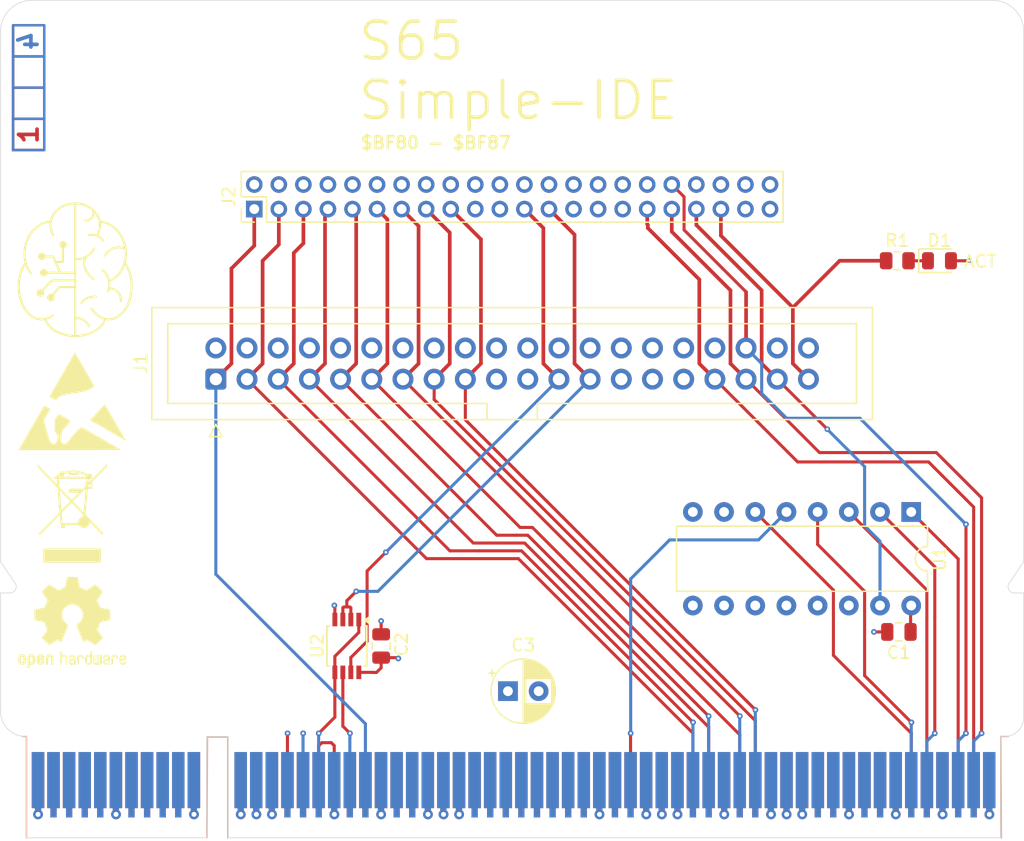
<source format=kicad_pcb>
(kicad_pcb (version 20240108) (generator "pcbnew") (generator_version "8.0")
  (layers (0 "F.Cu" signal) (1 "In1.Cu" power) (2 "In2.Cu" power) (31 "B.Cu" signal) (34 "B.Paste" user) (35 "F.Paste" user) (36 "B.SilkS" user "B.Silkscreen") (37 "F.SilkS" user "F.Silkscreen") (38 "B.Mask" user) (39 "F.Mask" user) (44 "Edge.Cuts" user))
  (net 0 "")
  (net 1 "+5V")
  (net 2 "GND")
  (net 3 "/~{RD}")
  (net 4 "/~{WR}")
  (net 5 "/ACT")
  (net 6 "/~{RES}")
  (net 7 "/D1")
  (net 8 "/R{slash}~{W}")
  (net 9 "/D7")
  (net 10 "/D6")
  (net 11 "/A2")
  (net 12 "/D5")
  (net 13 "/A3")
  (net 14 "/D4")
  (net 15 "+9V")
  (net 16 "/A6")
  (net 17 "/A0")
  (net 18 "/D0")
  (net 19 "/A1")
  (net 20 "/D2")
  (net 21 "/A5")
  (net 22 "/~{IO}")
  (net 23 "/A7")
  (net 24 "/A4")
  (net 25 "/CLK")
  (net 26 "/D3")
  (net 27 "/PORT_128")
  (footprint "Symbol:ESD-Logo_8.9x8mm_SilkScreen" (layer "F.Cu") (at 117.983 91.44)
    (property "Reference" "REF**" (hide yes))
    (property "Value" "ESD-Logo_8.9x8mm_SilkScreen" (hide yes))
  )
  (footprint "Connector_IDC:IDC-Header_2x20_P2.54mm_Vertical" (layer "F.Cu") (at 129.667 89.6525 90)
    (property "Reference" "J1")
    (property "Value" "Conn_02x20_Odd_Even")
  )
  (footprint "Package_SO:TSSOP-8_3x3mm_P0.65mm" (layer "F.Cu") (at 140.335 111.379 -90)
    (property "Reference" "U2")
    (property "Value" "74AHC2G00")
  )
  (footprint "Symbol:OSHW-Logo2_9.8x8mm_SilkScreen" (layer "F.Cu") (at 117.983 109.474)
    (property "Reference" "REF**" (hide yes))
    (property "Value" "OSHW-Logo2_9.8x8mm_SilkScreen" (hide yes))
  )
  (footprint "LED_SMD:LED_0805_2012Metric" (layer "F.Cu") (at 188.595 80.01)
    (property "Reference" "D1")
    (property "Value" "LED")
  )
  (footprint "Connector_PinHeader_2.00mm:PinHeader_2x22_P2.00mm_Vertical" (layer "F.Cu") (at 132.797 75.803 90)
    (property "Reference" "J2")
    (property "Value" "Conn_02x22_Odd_Even")
  )
  (footprint "Capacitor_SMD:C_0805_2012Metric" (layer "F.Cu") (at 185.293 110.236 180)
    (property "Reference" "C1")
    (property "Value" "100n")
  )
  (footprint "Eigene:ladder_4" (layer "F.Cu") (at 114.427 65.913 90)
    (property "Reference" "Ref**" (hide yes))
    (property "Value" "Val**" (hide yes))
  )
  (footprint "Eigene:logo" (layer "F.Cu") (at 118.237 80.772)
    (property "Reference" "G***" (hide yes))
    (property "Value" "LOGO" (hide yes))
  )
  (footprint "Capacitor_SMD:C_0805_2012Metric" (layer "F.Cu") (at 143.129 111.379 90)
    (property "Reference" "C2")
    (property "Value" "100n")
  )
  (footprint "Capacitor_THT:CP_Radial_D5.0mm_P2.50mm" (layer "F.Cu") (at 153.456 115.062)
    (property "Reference" "C3")
    (property "Value" "10µ")
  )
  (footprint "Symbol:WEEE-Logo_5.6x8mm_SilkScreen" (layer "F.Cu") (at 117.983 100.584)
    (property "Reference" "REF**" (hide yes))
    (property "Value" "WEEE-Logo_5.6x8mm_SilkScreen" (hide yes))
  )
  (footprint "Package_DIP:DIP-16_W7.62mm" (layer "F.Cu") (at 186.294 100.467 -90)
    (property "Reference" "U1")
    (property "Value" "74HC138")
  )
  (footprint "Resistor_SMD:R_0805_2012Metric" (layer "F.Cu") (at 185.166 80.01)
    (property "Reference" "R1")
    (property "Value" "330")
  )
  (footprint "Connector_PCBEdge:BUS_PCI" (layer "B.Cu") (at 153.919 123.631 180)
    (property "Reference" "J3" (hide yes))
    (property "Value" "Bus_PCI_6502")
  )
  (gr_line (start 112.141 104.521) (end 113.357369 106.325815) (stroke (width 0.05)) (layer "Edge.Cuts"))
  (gr_line (start 195.453 107.061) (end 194.691 107.061) (stroke (width 0.05)) (layer "Edge.Cuts"))
  (gr_line (start 112.141 104.521) (end 112.141 61.341) (stroke (width 0.05)) (layer "Edge.Cuts"))
  (gr_line (start 194.236631 106.325815) (end 195.453 104.521) (stroke (width 0.05)) (layer "Edge.Cuts"))
  (gr_line (start 195.453 104.521) (end 195.453 61.341) (stroke (width 0.05)) (layer "Edge.Cuts"))
  (gr_arc (start 113.357369 106.325815) (mid 113.335131 106.820071) (end 112.903 107.061) (stroke (width 0.05)) (layer "Edge.Cuts"))
  (gr_line (start 112.903 107.061) (end 112.141 107.061) (stroke (width 0.05)) (layer "Edge.Cuts"))
  (gr_line (start 130.683 118.745) (end 130.683 127) (stroke (width 0.05)) (layer "Edge.Cuts"))
  (gr_line (start 193.548 127) (end 193.548 118.745) (stroke (width 0.05)) (layer "Edge.Cuts"))
  (gr_line (start 130.683 127) (end 193.548 127) (stroke (width 0.05)) (layer "Edge.Cuts"))
  (gr_arc (start 195.453 117.221) (mid 195.006645 118.298645) (end 193.929 118.745) (stroke (width 0.05)) (layer "Edge.Cuts"))
  (gr_arc (start 192.913 58.801) (mid 194.709051 59.544949) (end 195.453 61.341) (stroke (width 0.05)) (layer "Edge.Cuts"))
  (gr_arc (start 194.691 107.061) (mid 194.258941 106.820064) (end 194.236631 106.325815) (stroke (width 0.05)) (layer "Edge.Cuts"))
  (gr_line (start 114.681 58.801) (end 192.913 58.801) (stroke (width 0.05)) (layer "Edge.Cuts"))
  (gr_line (start 114.3 118.745) (end 114.3 127) (stroke (width 0.05)) (layer "Edge.Cuts"))
  (gr_line (start 114.3 127) (end 128.905 127) (stroke (width 0.05)) (layer "Edge.Cuts"))
  (gr_arc (start 112.141 61.341) (mid 112.884949 59.544949) (end 114.681 58.801) (stroke (width 0.05)) (layer "Edge.Cuts"))
  (gr_arc (start 114.173 118.745) (mid 112.736158 118.149841) (end 112.141 116.713) (stroke (width 0.05)) (layer "Edge.Cuts"))
  (gr_line (start 128.905 127) (end 128.905 118.745) (stroke (width 0.05)) (layer "Edge.Cuts"))
  (gr_line (start 114.173 118.745) (end 114.3 118.745) (stroke (width 0.05)) (layer "Edge.Cuts"))
  (gr_line (start 195.453 107.061) (end 195.453 117.221) (stroke (width 0.05)) (layer "Edge.Cuts"))
  (gr_line (start 112.141 116.713) (end 112.141 107.061) (stroke (width 0.05)) (layer "Edge.Cuts"))
  (gr_line (start 130.683 118.745) (end 128.905 118.745) (stroke (width 0.05)) (layer "Edge.Cuts"))
  (gr_line (start 193.548 118.745) (end 193.929 118.745) (stroke (width 0.05)) (layer "Edge.Cuts"))
  (gr_text "S65\nSimple-IDE" (at 141.097 68.707 0) (layer "F.SilkS") (effects (font (size 3 3) (thickness 0.3)) (justify left bottom)))
  (gr_text "$BF80 - $BF87" (at 141.351 70.993 0) (layer "F.SilkS") (effects (font (size 1 1) (thickness 0.2) (bold yes)) (justify left bottom)))
  (gr_text "ACT" (at 190.5 80.645 0) (layer "F.SilkS") (effects (font (size 1 1)) (justify left bottom)))
  (segment (start 187.6575 80.01) (end 186.0785 80.01) (width 0.25) (layer "F.Cu") (net 0))
  (segment (start 189.5325 80.01) (end 191.008 80.01) (width 0.25) (layer "F.Cu") (net 1))
  (segment (start 143.129 113.157) (end 142.748 113.538) (width 0.25) (layer "F.Cu") (net 1))
  (segment (start 143.129 112.329) (end 144.46 112.329) (width 0.25) (layer "F.Cu") (net 1))
  (segment (start 144.46 112.329) (end 144.526 112.395) (width 0.25) (layer "F.Cu") (net 1))
  (segment (start 186.243 108.138) (end 186.294 108.087) (width 0.25) (layer "F.Cu") (net 1))
  (segment (start 142.494 113.538) (end 142.485 113.529) (width 0.25) (layer "F.Cu") (net 1))
  (segment (start 186.243 110.236) (end 186.243 108.138) (width 0.25) (layer "F.Cu") (net 1))
  (segment (start 142.485 113.529) (end 141.31 113.529) (width 0.25) (layer "F.Cu") (net 1))
  (segment (start 143.129 112.329) (end 143.129 113.157) (width 0.25) (layer "F.Cu") (net 1))
  (segment (start 142.748 113.538) (end 142.494 113.538) (width 0.25) (layer "F.Cu") (net 1))
  (via (at 176.149 125.095) (size 0.8) (drill 0.4) (layers "F.Cu" "B.Cu") (net 1))
  (via (at 144.526 112.395) (size 0.46) (drill 0.2) (layers "F.Cu" "B.Cu") (net 1))
  (via (at 148.209 125.095) (size 0.8) (drill 0.4) (layers "F.Cu" "B.Cu") (net 1))
  (via (at 134.239 125.095) (size 0.8) (drill 0.4) (layers "F.Cu" "B.Cu") (net 1))
  (via (at 191.008 80.01) (size 0.46) (drill 0.2) (layers "F.Cu" "B.Cu") (net 1))
  (via (at 165.989 125.095) (size 0.8) (drill 0.4) (layers "F.Cu" "B.Cu") (net 1))
  (segment (start 135.499 122.301) (end 135.499 118.501) (width 0.25) (layer "F.Cu") (net 2))
  (segment (start 138.303 119.253) (end 139.065 119.253) (width 0.25) (layer "F.Cu") (net 2))
  (segment (start 135.499 118.501) (end 135.509 118.491) (width 0.25) (layer "F.Cu") (net 2))
  (segment (start 184.343 110.236) (end 183.261 110.236) (width 0.25) (layer "F.Cu") (net 2))
  (segment (start 139.36 109.229) (end 139.36 108.118) (width 0.25) (layer "F.Cu") (net 2))
  (segment (start 139.309 119.497) (end 139.309 122.301) (width 0.25) (layer "F.Cu") (net 2))
  (segment (start 138.039 122.301) (end 138.039 119.517) (width 0.25) (layer "F.Cu") (net 2))
  (segment (start 138.039 119.517) (end 138.303 119.253) (width 0.25) (layer "F.Cu") (net 2))
  (segment (start 143.129 110.429) (end 143.129 109.347) (width 0.25) (layer "F.Cu") (net 2))
  (segment (start 139.36 108.118) (end 139.319 108.077) (width 0.25) (layer "F.Cu") (net 2))
  (segment (start 139.065 119.253) (end 139.309 119.497) (width 0.25) (layer "F.Cu") (net 2))
  (via (at 185.039 125.095) (size 0.8) (drill 0.4) (layers "F.Cu" "B.Cu") (net 2))
  (via (at 115.189 125.095) (size 0.8) (drill 0.4) (layers "F.Cu" "B.Cu") (net 2))
  (via (at 164.719 125.095) (size 0.8) (drill 0.4) (layers "F.Cu" "B.Cu") (net 2))
  (via (at 127.889 125.095) (size 0.8) (drill 0.4) (layers "F.Cu" "B.Cu") (net 2))
  (via (at 149.479 125.095) (size 0.8) (drill 0.4) (layers "F.Cu" "B.Cu") (net 2))
  (via (at 146.939 125.095) (size 0.8) (drill 0.4) (layers "F.Cu" "B.Cu") (net 2))
  (via (at 139.319 108.077) (size 0.46) (drill 0.2) (layers "F.Cu" "B.Cu") (net 2))
  (via (at 135.509 118.491) (size 0.46) (drill 0.2) (layers "F.Cu" "B.Cu") (net 2))
  (via (at 143.129 109.347) (size 0.46) (drill 0.2) (layers "F.Cu" "B.Cu") (net 2))
  (via (at 188.849 125.095) (size 0.8) (drill 0.4) (layers "F.Cu" "B.Cu") (net 2))
  (via (at 183.261 110.236) (size 0.46) (drill 0.2) (layers "F.Cu" "B.Cu") (net 2))
  (via (at 192.659 125.095) (size 0.8) (drill 0.4) (layers "F.Cu" "B.Cu") (net 2))
  (via (at 174.879 125.095) (size 0.8) (drill 0.4) (layers "F.Cu" "B.Cu") (net 2))
  (via (at 181.229 125.095) (size 0.8) (drill 0.4) (layers "F.Cu" "B.Cu") (net 2))
  (via (at 121.539 125.095) (size 0.8) (drill 0.4) (layers "F.Cu" "B.Cu") (net 2))
  (via (at 143.129 125.095) (size 0.8) (drill 0.4) (layers "F.Cu" "B.Cu") (net 2))
  (via (at 132.969 125.095) (size 0.8) (drill 0.4) (layers "F.Cu" "B.Cu") (net 2))
  (via (at 136.779 118.491) (size 0.46) (drill 0.2) (layers "F.Cu" "B.Cu") (net 2))
  (via (at 160.909 125.095) (size 0.8) (drill 0.4) (layers "F.Cu" "B.Cu") (net 2))
  (via (at 171.069 125.095) (size 0.8) (drill 0.4) (layers "F.Cu" "B.Cu") (net 2))
  (via (at 139.319 125.095) (size 0.8) (drill 0.4) (layers "F.Cu" "B.Cu") (net 2))
  (via (at 177.419 125.095) (size 0.8) (drill 0.4) (layers "F.Cu" "B.Cu") (net 2))
  (via (at 167.259 125.095) (size 0.8) (drill 0.4) (layers "F.Cu" "B.Cu") (net 2))
  (segment (start 136.769 122.301) (end 136.769 118.501) (width 0.25) (layer "B.Cu") (net 2))
  (segment (start 136.769 118.501) (end 136.779 118.491) (width 0.25) (layer "B.Cu") (net 2))
  (segment (start 158.877 77.883) (end 156.797 75.803) (width 0.3) (layer "F.Cu") (net 3))
  (segment (start 158.877 88.3825) (end 158.877 77.883) (width 0.3) (layer "F.Cu") (net 3))
  (segment (start 140.66 108.275) (end 140.66 109.229) (width 0.25) (layer "F.Cu") (net 3))
  (segment (start 140.081 108.204) (end 140.335 108.204) (width 0.25) (layer "F.Cu") (net 3))
  (segment (start 140.01 108.275) (end 140.081 108.204) (width 0.25) (layer "F.Cu") (net 3))
  (segment (start 160.147 89.6525) (end 158.877 88.3825) (width 0.3) (layer "F.Cu") (net 3))
  (segment (start 140.335 107.696) (end 140.716 107.315) (width 0.25) (layer "F.Cu") (net 3))
  (segment (start 140.716 107.315) (end 141.097 106.934) (width 0.25) (layer "F.Cu") (net 3))
  (segment (start 140.589 108.204) (end 140.66 108.275) (width 0.25) (layer "F.Cu") (net 3))
  (segment (start 140.335 108.204) (end 140.589 108.204) (width 0.25) (layer "F.Cu") (net 3))
  (segment (start 140.01 109.229) (end 140.01 108.275) (width 0.25) (layer "F.Cu") (net 3))
  (segment (start 140.335 108.204) (end 140.335 107.696) (width 0.25) (layer "F.Cu") (net 3))
  (via (at 141.097 106.934) (size 0.46) (drill 0.2) (layers "F.Cu" "B.Cu") (net 3))
  (segment (start 142.8655 106.934) (end 160.147 89.6525) (width 0.25) (layer "B.Cu") (net 3))
  (segment (start 141.097 106.934) (end 142.8655 106.934) (width 0.25) (layer "B.Cu") (net 3))
  (segment (start 141.986 110.998) (end 140.66 112.324) (width 0.25) (layer "F.Cu") (net 4))
  (segment (start 157.607 89.6525) (end 156.337 88.3825) (width 0.3) (layer "F.Cu") (net 4))
  (segment (start 143.51 103.7495) (end 141.986 105.2735) (width 0.25) (layer "F.Cu") (net 4))
  (segment (start 156.337 88.3825) (end 156.337 77.343) (width 0.3) (layer "F.Cu") (net 4))
  (segment (start 156.337 77.343) (end 154.797 75.803) (width 0.3) (layer "F.Cu") (net 4))
  (segment (start 140.66 112.324) (end 140.66 113.529) (width 0.25) (layer "F.Cu") (net 4))
  (segment (start 141.986 105.2735) (end 141.986 110.998) (width 0.25) (layer "F.Cu") (net 4))
  (via (at 143.51 103.7495) (size 0.46) (drill 0.2) (layers "F.Cu" "B.Cu") (net 4))
  (segment (start 143.51 103.7495) (end 157.607 89.6525) (width 0.25) (layer "B.Cu") (net 4))
  (segment (start 177.927 89.6525) (end 176.657 88.3825) (width 0.3) (layer "F.Cu") (net 5))
  (segment (start 176.657 88.3825) (end 176.657 83.82) (width 0.3) (layer "F.Cu") (net 5))
  (segment (start 170.797 77.96) (end 170.797 75.803) (width 0.3) (layer "F.Cu") (net 5))
  (segment (start 176.657 83.82) (end 170.797 77.96) (width 0.3) (layer "F.Cu") (net 5))
  (segment (start 180.467 80.01) (end 176.657 83.82) (width 0.3) (layer "F.Cu") (net 5))
  (segment (start 184.2535 80.01) (end 180.467 80.01) (width 0.3) (layer "F.Cu") (net 5))
  (segment (start 132.797 78.785) (end 132.797 75.803) (width 0.3) (layer "F.Cu") (net 6))
  (segment (start 129.667 89.6525) (end 130.937 88.3825) (width 0.3) (layer "F.Cu") (net 6))
  (segment (start 130.937 80.645) (end 132.797 78.785) (width 0.3) (layer "F.Cu") (net 6))
  (segment (start 130.937 88.3825) (end 130.937 80.645) (width 0.3) (layer "F.Cu") (net 6))
  (segment (start 141.849 117.719) (end 129.667 105.537) (width 0.25) (layer "B.Cu") (net 6))
  (segment (start 141.849 122.301) (end 141.849 117.719) (width 0.25) (layer "B.Cu") (net 6))
  (segment (start 129.667 105.537) (end 129.667 89.6525) (width 0.25) (layer "B.Cu") (net 6))
  (segment (start 148.717 88.3825) (end 148.717 77.723) (width 0.3) (layer "F.Cu") (net 7))
  (segment (start 148.717 77.723) (end 146.797 75.803) (width 0.3) (layer "F.Cu") (net 7))
  (segment (start 147.447 89.6525) (end 147.447 91.313) (width 0.25) (layer "F.Cu") (net 7))
  (segment (start 147.447 89.6525) (end 148.717 88.3825) (width 0.3) (layer "F.Cu") (net 7))
  (segment (start 147.447 91.313) (end 173.599 117.465) (width 0.25) (layer "F.Cu") (net 7))
  (segment (start 173.599 117.465) (end 173.599 122.301) (width 0.25) (layer "F.Cu") (net 7))
  (segment (start 140.01 113.529) (end 140.01 117.912) (width 0.25) (layer "F.Cu") (net 8))
  (segment (start 140.01 117.912) (end 140.589 118.491) (width 0.25) (layer "F.Cu") (net 8))
  (via (at 140.589 118.491) (size 0.46) (drill 0.2) (layers "F.Cu" "B.Cu") (net 8))
  (segment (start 140.579 118.882) (end 140.579 122.301) (width 0.25) (layer "B.Cu") (net 8))
  (segment (start 140.589 118.872) (end 140.579 118.882) (width 0.25) (layer "B.Cu") (net 8))
  (segment (start 140.589 118.491) (end 140.589 118.872) (width 0.25) (layer "B.Cu") (net 8))
  (segment (start 132.207 89.6525) (end 146.8215 104.267) (width 0.25) (layer "F.Cu") (net 9))
  (segment (start 134.797 78.69) (end 134.797 75.803) (width 0.3) (layer "F.Cu") (net 9))
  (segment (start 133.477 80.01) (end 134.797 78.69) (width 0.3) (layer "F.Cu") (net 9))
  (segment (start 154.305 104.267) (end 168.529 118.491) (width 0.25) (layer "F.Cu") (net 9))
  (segment (start 168.519 118.501) (end 168.519 122.301) (width 0.25) (layer "F.Cu") (net 9))
  (segment (start 132.207 89.6525) (end 133.477 88.3825) (width 0.3) (layer "F.Cu") (net 9))
  (segment (start 146.8215 104.267) (end 154.305 104.267) (width 0.25) (layer "F.Cu") (net 9))
  (segment (start 133.477 88.3825) (end 133.477 80.01) (width 0.3) (layer "F.Cu") (net 9))
  (segment (start 168.529 118.491) (end 168.519 118.501) (width 0.25) (layer "F.Cu") (net 9))
  (segment (start 136.017 79.375) (end 136.797 78.595) (width 0.3) (layer "F.Cu") (net 10))
  (segment (start 134.747 89.6525) (end 148.7265 103.632) (width 0.25) (layer "F.Cu") (net 10))
  (segment (start 148.7265 103.632) (end 151.13 103.632) (width 0.25) (layer "F.Cu") (net 10))
  (segment (start 136.797 78.595) (end 136.797 75.803) (width 0.3) (layer "F.Cu") (net 10))
  (segment (start 134.747 89.6525) (end 136.017 88.3825) (width 0.3) (layer "F.Cu") (net 10))
  (segment (start 151.13 103.632) (end 154.559 103.632) (width 0.25) (layer "F.Cu") (net 10))
  (segment (start 154.559 103.632) (end 168.529 117.602) (width 0.25) (layer "F.Cu") (net 10))
  (segment (start 136.017 88.3825) (end 136.017 79.375) (width 0.3) (layer "F.Cu") (net 10))
  (via (at 168.529 117.602) (size 0.46) (drill 0.2) (layers "F.Cu" "B.Cu") (net 10))
  (segment (start 168.519 117.612) (end 168.519 122.301) (width 0.25) (layer "B.Cu") (net 10))
  (segment (start 168.529 117.602) (end 168.519 117.612) (width 0.25) (layer "B.Cu") (net 10))
  (segment (start 190.754 118.491) (end 190.754 109.601) (width 0.25) (layer "F.Cu") (net 11))
  (segment (start 172.847 87.1125) (end 172.847 82.55) (width 0.3) (layer "F.Cu") (net 11))
  (segment (start 167.797 77.5) (end 167.797 74.803) (width 0.25) (layer "F.Cu") (net 11))
  (segment (start 190.754 109.601) (end 190.754 101.473) (width 0.25) (layer "F.Cu") (net 11))
  (segment (start 172.847 82.55) (end 170.942 80.645) (width 0.25) (layer "F.Cu") (net 11))
  (segment (start 170.942 80.645) (end 167.797 77.5) (width 0.25) (layer "F.Cu") (net 11))
  (segment (start 167.797 74.803) (end 166.797 73.803) (width 0.25) (layer "F.Cu") (net 11))
  (via (at 190.754 101.473) (size 0.46) (drill 0.2) (layers "F.Cu" "B.Cu") (net 11))
  (via (at 190.754 118.491) (size 0.46) (drill 0.2) (layers "F.Cu" "B.Cu") (net 11))
  (segment (start 176.149 92.837) (end 174.117 90.805) (width 0.25) (layer "B.Cu") (net 11))
  (segment (start 174.117 88.3825) (end 172.847 87.1125) (width 0.25) (layer "B.Cu") (net 11))
  (segment (start 174.117 90.805) (end 174.117 88.3825) (width 0.25) (layer "B.Cu") (net 11))
  (segment (start 190.119 122.301) (end 190.119 119.126) (width 0.25) (layer "B.Cu") (net 11))
  (segment (start 190.754 101.473) (end 182.118 92.837) (width 0.25) (layer "B.Cu") (net 11))
  (segment (start 190.119 119.126) (end 190.754 118.491) (width 0.25) (layer "B.Cu") (net 11))
  (segment (start 182.118 92.837) (end 176.149 92.837) (width 0.25) (layer "B.Cu") (net 11))
  (segment (start 150.6315 102.997) (end 154.813 102.997) (width 0.25) (layer "F.Cu") (net 12))
  (segment (start 137.287 89.6525) (end 138.557 88.3825) (width 0.3) (layer "F.Cu") (net 12))
  (segment (start 169.799 117.983) (end 169.799 122.301) (width 0.25) (layer "F.Cu") (net 12))
  (segment (start 154.813 102.997) (end 169.799 117.983) (width 0.25) (layer "F.Cu") (net 12))
  (segment (start 138.557 88.3825) (end 138.557 76.043) (width 0.3) (layer "F.Cu") (net 12))
  (segment (start 138.557 76.043) (end 138.797 75.803) (width 0.3) (layer "F.Cu") (net 12))
  (segment (start 137.287 89.6525) (end 150.6315 102.997) (width 0.25) (layer "F.Cu") (net 12))
  (segment (start 190.119 104.292) (end 190.119 122.301) (width 0.25) (layer "F.Cu") (net 13))
  (segment (start 186.294 100.467) (end 190.119 104.292) (width 0.25) (layer "F.Cu") (net 13))
  (segment (start 155.067 102.362) (end 169.799 117.094) (width 0.25) (layer "F.Cu") (net 14))
  (segment (start 152.5365 102.362) (end 154.178 102.362) (width 0.25) (layer "F.Cu") (net 14))
  (segment (start 154.178 102.362) (end 155.067 102.362) (width 0.25) (layer "F.Cu") (net 14))
  (segment (start 139.827 89.6525) (end 152.5365 102.362) (width 0.25) (layer "F.Cu") (net 14))
  (segment (start 141.097 76.103) (end 140.797 75.803) (width 0.3) (layer "F.Cu") (net 14))
  (segment (start 141.097 88.3825) (end 141.097 76.103) (width 0.3) (layer "F.Cu") (net 14))
  (segment (start 139.827 89.6525) (end 141.097 88.3825) (width 0.3) (layer "F.Cu") (net 14))
  (via (at 169.799 117.094) (size 0.46) (drill 0.2) (layers "F.Cu" "B.Cu") (net 14))
  (segment (start 169.799 117.094) (end 169.799 122.301) (width 0.25) (layer "B.Cu") (net 14))
  (via (at 131.699 125.095) (size 0.8) (drill 0.4) (layers "F.Cu" "B.Cu") (net 15))
  (segment (start 178.674 100.467) (end 178.674 103.109) (width 0.25) (layer "F.Cu") (net 16))
  (segment (start 184.023 115.316) (end 186.309 117.602) (width 0.25) (layer "F.Cu") (net 16))
  (segment (start 178.674 103.109) (end 182.499 106.934) (width 0.25) (layer "F.Cu") (net 16))
  (segment (start 182.499 106.934) (end 182.499 113.792) (width 0.25) (layer "F.Cu") (net 16))
  (segment (start 182.499 113.792) (end 184.023 115.316) (width 0.25) (layer "F.Cu") (net 16))
  (via (at 186.309 117.602) (size 0.46) (drill 0.2) (layers "F.Cu" "B.Cu") (net 16))
  (segment (start 186.299 117.612) (end 186.299 122.301) (width 0.25) (layer "B.Cu") (net 16))
  (segment (start 186.309 117.602) (end 186.299 117.612) (width 0.25) (layer "B.Cu") (net 16))
  (segment (start 192.024 99.314) (end 188.341 95.631) (width 0.25) (layer "F.Cu") (net 17))
  (segment (start 171.577 82.423) (end 166.797 77.643) (width 0.3) (layer "F.Cu") (net 17))
  (segment (start 192.024 118.491) (end 192.024 99.314) (width 0.25) (layer "F.Cu") (net 17))
  (segment (start 188.341 95.631) (end 178.8255 95.631) (width 0.25) (layer "F.Cu") (net 17))
  (segment (start 166.797 77.643) (end 166.797 75.803) (width 0.3) (layer "F.Cu") (net 17))
  (segment (start 172.847 89.6525) (end 171.577 88.3825) (width 0.3) (layer "F.Cu") (net 17))
  (segment (start 178.8255 95.631) (end 172.847 89.6525) (width 0.25) (layer "F.Cu") (net 17))
  (segment (start 171.577 88.3825) (end 171.577 82.423) (width 0.3) (layer "F.Cu") (net 17))
  (via (at 192.024 118.491) (size 0.46) (drill 0.2) (layers "F.Cu" "B.Cu") (net 17))
  (segment (start 191.379 119.136) (end 192.024 118.491) (width 0.25) (layer "B.Cu") (net 17))
  (segment (start 191.379 122.301) (end 191.379 119.136) (width 0.25) (layer "B.Cu") (net 17))
  (segment (start 149.987 92.964) (end 150.749 93.726) (width 0.25) (layer "F.Cu") (net 18))
  (segment (start 149.987 89.6525) (end 149.987 92.964) (width 0.25) (layer "F.Cu") (net 18))
  (segment (start 150.749 93.726) (end 173.609 116.586) (width 0.25) (layer "F.Cu") (net 18))
  (segment (start 151.257 78.263) (end 148.797 75.803) (width 0.3) (layer "F.Cu") (net 18))
  (segment (start 149.987 89.6525) (end 151.257 88.3825) (width 0.3) (layer "F.Cu") (net 18))
  (segment (start 151.257 88.3825) (end 151.257 78.263) (width 0.3) (layer "F.Cu") (net 18))
  (via (at 173.609 116.586) (size 0.46) (drill 0.2) (layers "F.Cu" "B.Cu") (net 18))
  (segment (start 173.609 116.586) (end 173.599 116.596) (width 0.25) (layer "B.Cu") (net 18))
  (segment (start 173.599 116.596) (end 173.599 122.301) (width 0.25) (layer "B.Cu") (net 18))
  (segment (start 169.037 81.534) (end 164.846 77.343) (width 0.3) (layer "F.Cu") (net 19))
  (segment (start 164.797 77.04) (end 164.797 75.803) (width 0.3) (layer "F.Cu") (net 19))
  (segment (start 164.846 77.343) (end 164.846 77.089) (width 0.3) (layer "F.Cu") (net 19))
  (segment (start 187.706 96.393) (end 177.0475 96.393) (width 0.25) (layer "F.Cu") (net 19))
  (segment (start 169.037 88.3825) (end 169.037 81.534) (width 0.3) (layer "F.Cu") (net 19))
  (segment (start 177.0475 96.393) (end 170.307 89.6525) (width 0.25) (layer "F.Cu") (net 19))
  (segment (start 170.307 89.6525) (end 169.037 88.3825) (width 0.3) (layer "F.Cu") (net 19))
  (segment (start 191.379 100.066) (end 187.706 96.393) (width 0.25) (layer "F.Cu") (net 19))
  (segment (start 191.379 122.301) (end 191.379 100.066) (width 0.25) (layer "F.Cu") (net 19))
  (segment (start 164.846 77.089) (end 164.797 77.04) (width 0.3) (layer "F.Cu") (net 19))
  (segment (start 172.339 117.0845) (end 172.339 117.094) (width 0.25) (layer "F.Cu") (net 20))
  (segment (start 146.177 88.3825) (end 146.177 77.183) (width 0.3) (layer "F.Cu") (net 20))
  (segment (start 144.907 89.6525) (end 172.339 117.0845) (width 0.25) (layer "F.Cu") (net 20))
  (segment (start 146.177 77.183) (end 144.797 75.803) (width 0.3) (layer "F.Cu") (net 20))
  (segment (start 144.907 89.6525) (end 146.177 88.3825) (width 0.3) (layer "F.Cu") (net 20))
  (via (at 172.339 117.094) (size 0.46) (drill 0.2) (layers "F.Cu" "B.Cu") (net 20))
  (segment (start 172.329 117.104) (end 172.329 122.301) (width 0.25) (layer "B.Cu") (net 20))
  (segment (start 172.339 117.094) (end 172.329 117.104) (width 0.25) (layer "B.Cu") (net 20))
  (segment (start 187.569 106.822) (end 187.569 122.301) (width 0.25) (layer "F.Cu") (net 21))
  (segment (start 181.214 100.467) (end 187.569 106.822) (width 0.25) (layer "F.Cu") (net 21))
  (segment (start 163.439 118.501) (end 163.449 118.491) (width 0.25) (layer "F.Cu") (net 22))
  (segment (start 163.439 122.301) (end 163.439 118.501) (width 0.25) (layer "F.Cu") (net 22))
  (via (at 163.449 118.491) (size 0.46) (drill 0.2) (layers "F.Cu" "B.Cu") (net 22))
  (segment (start 163.449 105.918) (end 166.624 102.743) (width 0.25) (layer "B.Cu") (net 22))
  (segment (start 166.624 102.743) (end 173.858 102.743) (width 0.25) (layer "B.Cu") (net 22))
  (segment (start 163.449 118.491) (end 163.449 105.918) (width 0.25) (layer "B.Cu") (net 22))
  (segment (start 173.858 102.743) (end 176.134 100.467) (width 0.25) (layer "B.Cu") (net 22))
  (segment (start 179.959 112.141) (end 186.309 118.491) (width 0.25) (layer "F.Cu") (net 23))
  (segment (start 186.309 118.491) (end 186.299 118.501) (width 0.25) (layer "F.Cu") (net 23))
  (segment (start 173.594 100.467) (end 179.959 106.832) (width 0.25) (layer "F.Cu") (net 23))
  (segment (start 179.959 106.832) (end 179.959 112.141) (width 0.25) (layer "F.Cu") (net 23))
  (segment (start 186.299 118.501) (end 186.299 122.301) (width 0.25) (layer "F.Cu") (net 23))
  (segment (start 188.214 104.927) (end 188.214 108.966) (width 0.25) (layer "F.Cu") (net 24))
  (segment (start 188.214 108.966) (end 188.214 118.491) (width 0.25) (layer "F.Cu") (net 24))
  (segment (start 183.754 100.467) (end 188.214 104.927) (width 0.25) (layer "F.Cu") (net 24))
  (via (at 188.214 118.491) (size 0.46) (drill 0.2) (layers "F.Cu" "B.Cu") (net 24))
  (segment (start 187.569 119.136) (end 187.569 122.301) (width 0.25) (layer "B.Cu") (net 24))
  (segment (start 188.214 118.491) (end 187.569 119.136) (width 0.25) (layer "B.Cu") (net 24))
  (segment (start 139.36 113.529) (end 139.36 117.18) (width 0.25) (layer "F.Cu") (net 25))
  (segment (start 139.36 117.18) (end 138.049 118.491) (width 0.25) (layer "F.Cu") (net 25))
  (segment (start 139.36 113.529) (end 139.36 112.227) (width 0.25) (layer "F.Cu") (net 25))
  (segment (start 139.36 112.227) (end 141.31 110.277) (width 0.25) (layer "F.Cu") (net 25))
  (segment (start 141.31 110.277) (end 141.31 109.229) (width 0.25) (layer "F.Cu") (net 25))
  (via (at 138.049 118.491) (size 0.46) (drill 0.2) (layers "F.Cu" "B.Cu") (net 25))
  (segment (start 138.049 118.491) (end 138.039 118.501) (width 0.25) (layer "B.Cu") (net 25))
  (segment (start 138.039 118.501) (end 138.039 122.301) (width 0.25) (layer "B.Cu") (net 25))
  (segment (start 142.367 89.6525) (end 154.4415 101.727) (width 0.25) (layer "F.Cu") (net 26))
  (segment (start 143.637 76.643) (end 142.797 75.803) (width 0.3) (layer "F.Cu") (net 26))
  (segment (start 172.329 118.628) (end 172.329 122.301) (width 0.25) (layer "F.Cu") (net 26))
  (segment (start 155.448 101.727) (end 172.339 118.618) (width 0.25) (layer "F.Cu") (net 26))
  (segment (start 154.4415 101.727) (end 155.448 101.727) (width 0.25) (layer "F.Cu") (net 26))
  (segment (start 142.367 89.6525) (end 143.637 88.3825) (width 0.3) (layer "F.Cu") (net 26))
  (segment (start 143.637 88.3825) (end 143.637 76.643) (width 0.3) (layer "F.Cu") (net 26))
  (segment (start 172.339 118.618) (end 172.329 118.628) (width 0.25) (layer "F.Cu") (net 26))
  (segment (start 174.117 82.423) (end 168.797 77.103) (width 0.3) (layer "F.Cu") (net 27))
  (segment (start 168.797 77.103) (end 168.797 75.803) (width 0.3) (layer "F.Cu") (net 27))
  (segment (start 179.4605 93.726) (end 175.387 89.6525) (width 0.25) (layer "F.Cu") (net 27))
  (segment (start 174.117 88.3825) (end 174.117 82.423) (width 0.3) (layer "F.Cu") (net 27))
  (segment (start 175.387 89.6525) (end 174.117 88.3825) (width 0.3) (layer "F.Cu") (net 27))
  (via (at 179.4605 93.726) (size 0.46) (drill 0.2) (layers "F.Cu" "B.Cu") (net 27))
  (segment (start 183.754 102.855) (end 183.754 108.087) (width 0.25) (layer "B.Cu") (net 27))
  (segment (start 179.4605 93.726) (end 179.4605 93.7355) (width 0.25) (layer "B.Cu") (net 27))
  (segment (start 179.4605 93.7355) (end 182.499 96.774) (width 0.25) (layer "B.Cu") (net 27))
  (segment (start 182.499 96.774) (end 182.499 101.6) (width 0.25) (layer "B.Cu") (net 27))
  (segment (start 182.499 101.6) (end 183.754 102.855) (width 0.25) (layer "B.Cu") (net 27))
)
</source>
